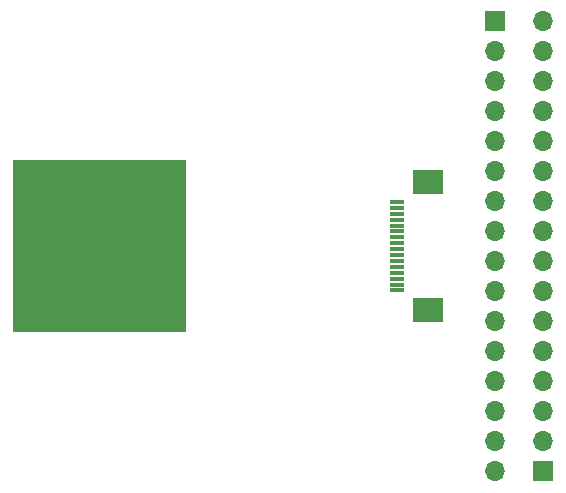
<source format=gbr>
%TF.GenerationSoftware,KiCad,Pcbnew,8.0.8-8.0.8-0~ubuntu24.04.1*%
%TF.CreationDate,2025-02-27T17:22:47+00:00*%
%TF.ProjectId,customSquare16x16mini,63757374-6f6d-4537-9175-617265313678,rev?*%
%TF.SameCoordinates,Original*%
%TF.FileFunction,Soldermask,Bot*%
%TF.FilePolarity,Negative*%
%FSLAX46Y46*%
G04 Gerber Fmt 4.6, Leading zero omitted, Abs format (unit mm)*
G04 Created by KiCad (PCBNEW 8.0.8-8.0.8-0~ubuntu24.04.1) date 2025-02-27 17:22:47*
%MOMM*%
%LPD*%
G01*
G04 APERTURE LIST*
%ADD10R,1.700000X1.700000*%
%ADD11O,1.700000X1.700000*%
%ADD12R,1.250000X0.300000*%
%ADD13R,2.500000X2.000000*%
G04 APERTURE END LIST*
G36*
X107450001Y-107450000D02*
G01*
X122050001Y-107450000D01*
X122050001Y-122050000D01*
X107450001Y-122050000D01*
X107450001Y-107450000D01*
G37*
D10*
%TO.C,J1*%
X148250000Y-95700000D03*
D11*
X148250000Y-98240000D03*
X148250000Y-100780000D03*
X148250000Y-103320000D03*
X148250000Y-105860000D03*
X148250000Y-108400000D03*
X148250000Y-110940000D03*
X148250000Y-113480000D03*
X148250000Y-116020000D03*
X148250000Y-118560000D03*
X148250000Y-121100000D03*
X148250000Y-123640000D03*
X148250000Y-126180000D03*
X148250000Y-128720000D03*
X148250000Y-131260000D03*
X148250000Y-133800000D03*
%TD*%
D10*
%TO.C,J2*%
X152250000Y-133800000D03*
D11*
X152250000Y-131260000D03*
X152250000Y-128720000D03*
X152250000Y-126180000D03*
X152250000Y-123640000D03*
X152250000Y-121100000D03*
X152250000Y-118560000D03*
X152250000Y-116020000D03*
X152250000Y-113480000D03*
X152250000Y-110940000D03*
X152250000Y-108400000D03*
X152250000Y-105860000D03*
X152250000Y-103320000D03*
X152250000Y-100780000D03*
X152250000Y-98240000D03*
X152250000Y-95700000D03*
%TD*%
D12*
%TO.C,FPC1*%
X139960000Y-111000000D03*
X139960000Y-111500000D03*
X139960000Y-112000000D03*
X139960000Y-112500000D03*
X139960000Y-113000000D03*
X139960000Y-113500000D03*
X139960000Y-114000000D03*
X139960000Y-114500000D03*
X139960000Y-115000000D03*
X139960000Y-115500000D03*
X139960000Y-116000000D03*
X139960000Y-116500000D03*
X139960000Y-117000000D03*
X139960000Y-117500000D03*
X139960000Y-118000000D03*
X139960000Y-118500000D03*
D13*
X142540000Y-120190000D03*
X142540000Y-109310000D03*
%TD*%
M02*

</source>
